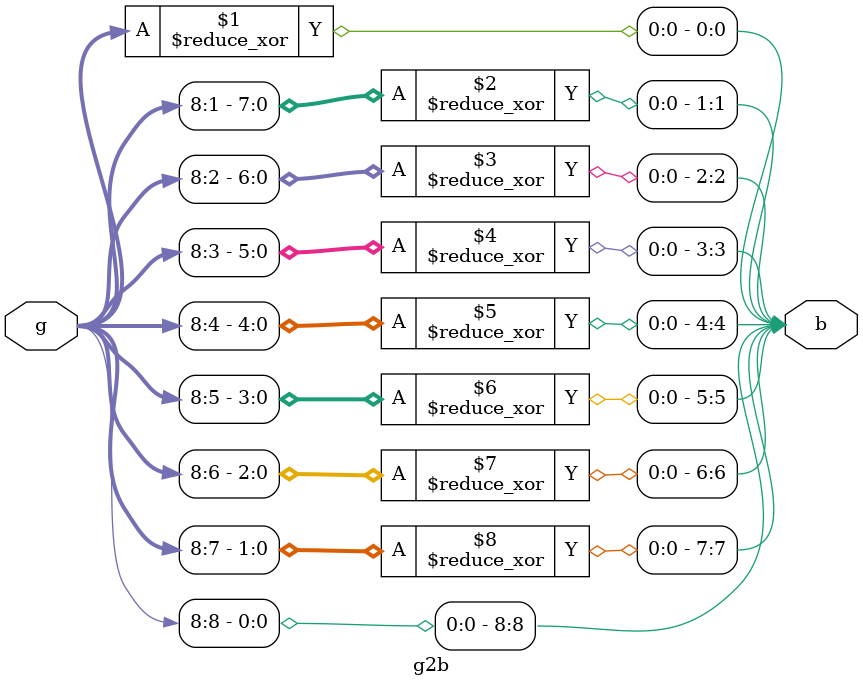
<source format=v>


module b2g #(
  parameter   N = 9
) (
  output  [N-1:0]   g,
  input   [N-1:0]   b
);
 
  assign g = b ^ (b >> 1);
 
endmodule

module g2b #(
  parameter   N = 9
) (
  output  [N-1:0]   b,
  input   [N-1:0]   g
);
  generate genvar i;
    for (i=0; i<N; i=i+1) begin : gen_bin
      assign b[i] = ^g[N-1:i];
    end
  endgenerate
 
endmodule
</source>
